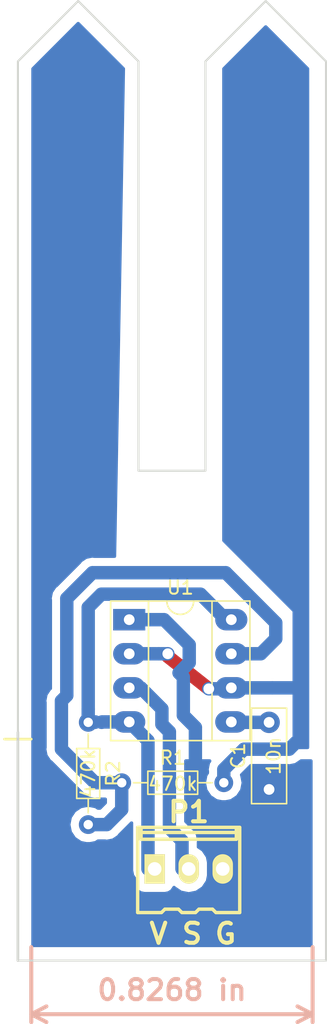
<source format=kicad_pcb>
(kicad_pcb (version 20171130) (host pcbnew 5.0.0)

  (general
    (thickness 1.6)
    (drawings 18)
    (tracks 61)
    (zones 0)
    (modules 5)
    (nets 7)
  )

  (page A4)
  (layers
    (0 F.Cu signal)
    (31 B.Cu signal)
    (32 B.Adhes user)
    (33 F.Adhes user)
    (34 B.Paste user)
    (35 F.Paste user)
    (36 B.SilkS user)
    (37 F.SilkS user)
    (38 B.Mask user)
    (39 F.Mask user)
    (40 Dwgs.User user)
    (41 Cmts.User user)
    (42 Eco1.User user)
    (43 Eco2.User user)
    (44 Edge.Cuts user)
    (45 Margin user)
    (46 B.CrtYd user)
    (47 F.CrtYd user)
    (48 B.Fab user)
    (49 F.Fab user)
  )

  (setup
    (last_trace_width 1)
    (trace_clearance 0.6)
    (zone_clearance 0.1)
    (zone_45_only no)
    (trace_min 0.2)
    (segment_width 0.2)
    (edge_width 0.15)
    (via_size 1)
    (via_drill 0.8)
    (via_min_size 0.4)
    (via_min_drill 0.3)
    (uvia_size 0.3)
    (uvia_drill 0.1)
    (uvias_allowed no)
    (uvia_min_size 0.2)
    (uvia_min_drill 0.1)
    (pcb_text_width 0.3)
    (pcb_text_size 1.5 1.5)
    (mod_edge_width 0.15)
    (mod_text_size 1 1)
    (mod_text_width 0.15)
    (pad_size 1.524 1.524)
    (pad_drill 0.762)
    (pad_to_mask_clearance 0.2)
    (aux_axis_origin 134.406863 120.256353)
    (grid_origin 134.406863 120.256353)
    (visible_elements FFFFFF7F)
    (pcbplotparams
      (layerselection 0x01020_7ffffffe)
      (usegerberextensions false)
      (usegerberattributes false)
      (usegerberadvancedattributes false)
      (creategerberjobfile false)
      (excludeedgelayer true)
      (linewidth 0.100000)
      (plotframeref false)
      (viasonmask false)
      (mode 1)
      (useauxorigin true)
      (hpglpennumber 1)
      (hpglpenspeed 20)
      (hpglpendiameter 15.000000)
      (psnegative false)
      (psa4output false)
      (plotreference true)
      (plotvalue true)
      (plotinvisibletext false)
      (padsonsilk false)
      (subtractmaskfromsilk false)
      (outputformat 4)
      (mirror false)
      (drillshape 0)
      (scaleselection 1)
      (outputdirectory "Fabrication Files/"))
  )

  (net 0 "")
  (net 1 GND)
  (net 2 "Net-(C1-Pad2)")
  (net 3 +5V)
  (net 4 SGN)
  (net 5 SENS1)
  (net 6 "Net-(R1-Pad1)")

  (net_class Default "Esta Ã© a classe de net padrÃ£o."
    (clearance 0.6)
    (trace_width 1)
    (via_dia 1)
    (via_drill 0.8)
    (uvia_dia 0.3)
    (uvia_drill 0.1)
    (add_net +5V)
    (add_net GND)
    (add_net "Net-(C1-Pad2)")
    (add_net "Net-(R1-Pad1)")
    (add_net SENS1)
    (add_net SGN)
  )

  (module Housings_DIP:DIP-8_W7.62mm_Socket_LongPads (layer F.Cu) (tedit 5A371FF0) (tstamp 5C1307F2)
    (at 141.716863 95.856353)
    (descr "8-lead dip package, row spacing 7.62 mm (300 mils), Socket, LongPads")
    (tags "DIL DIP PDIP 2.54mm 7.62mm 300mil Socket LongPads")
    (path /5C083CD6)
    (fp_text reference U1 (at 3.81 -2.39) (layer F.SilkS)
      (effects (font (size 1 1) (thickness 0.15)))
    )
    (fp_text value NE555 (at 3.81 10.01) (layer F.Fab)
      (effects (font (size 1 1) (thickness 0.15)))
    )
    (fp_arc (start 3.81 -1.39) (end 2.81 -1.39) (angle -180) (layer F.SilkS) (width 0.12))
    (fp_line (start 1.635 -1.27) (end 6.985 -1.27) (layer F.Fab) (width 0.1))
    (fp_line (start 6.985 -1.27) (end 6.985 8.89) (layer F.Fab) (width 0.1))
    (fp_line (start 6.985 8.89) (end 0.635 8.89) (layer F.Fab) (width 0.1))
    (fp_line (start 0.635 8.89) (end 0.635 -0.27) (layer F.Fab) (width 0.1))
    (fp_line (start 0.635 -0.27) (end 1.635 -1.27) (layer F.Fab) (width 0.1))
    (fp_line (start -1.27 -1.27) (end -1.27 8.89) (layer F.Fab) (width 0.1))
    (fp_line (start -1.27 8.89) (end 8.89 8.89) (layer F.Fab) (width 0.1))
    (fp_line (start 8.89 8.89) (end 8.89 -1.27) (layer F.Fab) (width 0.1))
    (fp_line (start 8.89 -1.27) (end -1.27 -1.27) (layer F.Fab) (width 0.1))
    (fp_line (start 2.81 -1.39) (end 1.44 -1.39) (layer F.SilkS) (width 0.12))
    (fp_line (start 1.44 -1.39) (end 1.44 9.01) (layer F.SilkS) (width 0.12))
    (fp_line (start 1.44 9.01) (end 6.18 9.01) (layer F.SilkS) (width 0.12))
    (fp_line (start 6.18 9.01) (end 6.18 -1.39) (layer F.SilkS) (width 0.12))
    (fp_line (start 6.18 -1.39) (end 4.81 -1.39) (layer F.SilkS) (width 0.12))
    (fp_line (start -1.39 -1.39) (end -1.39 9.01) (layer F.SilkS) (width 0.12))
    (fp_line (start -1.39 9.01) (end 9.01 9.01) (layer F.SilkS) (width 0.12))
    (fp_line (start 9.01 9.01) (end 9.01 -1.39) (layer F.SilkS) (width 0.12))
    (fp_line (start 9.01 -1.39) (end -1.39 -1.39) (layer F.SilkS) (width 0.12))
    (fp_line (start -1.7 -1.7) (end -1.7 9.3) (layer F.CrtYd) (width 0.05))
    (fp_line (start -1.7 9.3) (end 9.3 9.3) (layer F.CrtYd) (width 0.05))
    (fp_line (start 9.3 9.3) (end 9.3 -1.7) (layer F.CrtYd) (width 0.05))
    (fp_line (start 9.3 -1.7) (end -1.7 -1.7) (layer F.CrtYd) (width 0.05))
    (pad 1 thru_hole rect (at 0 0) (size 2.4 1.6) (drill 0.8) (layers *.Mask B.Cu)
      (net 1 GND))
    (pad 5 thru_hole oval (at 7.62 7.62) (size 2.4 1.6) (drill 0.8) (layers *.Mask B.Cu)
      (net 2 "Net-(C1-Pad2)"))
    (pad 2 thru_hole oval (at 0 2.54) (size 2.4 1.6) (drill 0.8) (layers *.Mask B.Cu)
      (net 5 SENS1))
    (pad 6 thru_hole oval (at 7.62 5.08) (size 2.4 1.6) (drill 0.8) (layers *.Mask B.Cu)
      (net 5 SENS1))
    (pad 3 thru_hole oval (at 0 5.08) (size 2.4 1.6) (drill 0.8) (layers *.Mask B.Cu)
      (net 4 SGN))
    (pad 7 thru_hole oval (at 7.62 2.54) (size 2.4 1.6) (drill 0.8) (layers *.Mask B.Cu)
      (net 6 "Net-(R1-Pad1)"))
    (pad 4 thru_hole oval (at 0 7.62) (size 2.4 1.6) (drill 0.8) (layers *.Mask B.Cu)
      (net 3 +5V))
    (pad 8 thru_hole oval (at 7.62 0) (size 2.4 1.6) (drill 0.8) (layers *.Mask B.Cu)
      (net 3 +5V))
    (model Housings_DIP.3dshapes/DIP-8_W7.62mm_LongPads.wrl
      (at (xyz 0 0 0))
      (scale (xyz 1 1 1))
      (rotate (xyz 0 0 0))
    )
  )

  (module w_conn_kk100:kk100_22-23-2031 (layer F.Cu) (tedit 5C087089) (tstamp 5C1307A3)
    (at 146.156863 114.506353)
    (descr "3 pin vert. connector, Molex KK100 series")
    (path /5C083DB2)
    (fp_text reference P1 (at 0 -4.318) (layer F.SilkS)
      (effects (font (size 1.524 1.524) (thickness 0.3048)))
    )
    (fp_text value OUT (at 0 4.56946) (layer F.SilkS) hide
      (effects (font (size 1.524 1.524) (thickness 0.3048)))
    )
    (fp_line (start -3.556 -2.286) (end 3.556 -2.286) (layer F.SilkS) (width 0.254))
    (fp_line (start 3.556 -2.794) (end -3.556 -2.794) (layer F.SilkS) (width 0.254))
    (fp_line (start 3.556 -2.286) (end 3.556 -3.175) (layer F.SilkS) (width 0.254))
    (fp_line (start -3.556 -2.286) (end -3.556 -3.175) (layer F.SilkS) (width 0.254))
    (fp_line (start -0.508 3.175) (end 0.508 3.175) (layer F.SilkS) (width 0.254))
    (fp_line (start 0.762 2.921) (end 1.778 2.921) (layer F.SilkS) (width 0.254))
    (fp_line (start 0.762 2.921) (end 0.508 3.175) (layer F.SilkS) (width 0.254))
    (fp_line (start 1.778 2.921) (end 2.032 3.175) (layer F.SilkS) (width 0.254))
    (fp_line (start 2.032 3.175) (end 3.81 3.175) (layer F.SilkS) (width 0.254))
    (fp_line (start -3.81 -3.175) (end 3.81 -3.175) (layer F.SilkS) (width 0.254))
    (fp_line (start -2.032 3.175) (end -3.81 3.175) (layer F.SilkS) (width 0.254))
    (fp_line (start -0.762 2.921) (end -0.508 3.175) (layer F.SilkS) (width 0.254))
    (fp_line (start -1.778 2.921) (end -2.032 3.175) (layer F.SilkS) (width 0.254))
    (fp_line (start -1.778 2.921) (end -0.762 2.921) (layer F.SilkS) (width 0.254))
    (fp_line (start 3.81 -3.175) (end 3.81 3.175) (layer F.SilkS) (width 0.254))
    (fp_line (start -3.81 3.175) (end -3.81 -3.175) (layer F.SilkS) (width 0.254))
    (pad 3 thru_hole oval (at 2.54 -0.0762) (size 1.524 2.1971) (drill 1.016) (layers *.Cu *.Mask F.SilkS)
      (net 1 GND))
    (pad 1 thru_hole rect (at -2.54 -0.0762) (size 1.524 2.1971) (drill 1.016) (layers *.Cu *.Mask F.SilkS)
      (net 3 +5V))
    (pad 2 thru_hole oval (at 0 -0.0762) (size 1.524 2.1971) (drill 1.016) (layers *.Cu *.Mask F.SilkS)
      (net 4 SGN))
    (model walter/conn_kk100/22-23-2031.wrl
      (at (xyz 0 0 0))
      (scale (xyz 1 1 1))
      (rotate (xyz 0 0 0))
    )
  )

  (module Capacitors_THT:C_Rect_L7.0mm_W2.5mm_P5.00mm (layer F.Cu) (tedit 5945DB22) (tstamp 5C130DCB)
    (at 152.156863 108.506353 90)
    (descr "C, Rect series, Radial, pin pitch=5.00mm, , length*width=7*2.5mm^2, Capacitor")
    (tags "C Rect series Radial pin pitch 5.00mm  length 7mm width 2.5mm Capacitor")
    (path /5C085004)
    (fp_text reference C1 (at 2.5 -2.31 90) (layer F.SilkS)
      (effects (font (size 1 1) (thickness 0.15)))
    )
    (fp_text value 10n (at 2.5 0.344999 90) (layer F.SilkS)
      (effects (font (size 1 1) (thickness 0.15)))
    )
    (fp_line (start -1 -1.25) (end -1 1.25) (layer F.Fab) (width 0.1))
    (fp_line (start -1 1.25) (end 6 1.25) (layer F.Fab) (width 0.1))
    (fp_line (start 6 1.25) (end 6 -1.25) (layer F.Fab) (width 0.1))
    (fp_line (start 6 -1.25) (end -1 -1.25) (layer F.Fab) (width 0.1))
    (fp_line (start -1.06 -1.31) (end 6.06 -1.31) (layer F.SilkS) (width 0.12))
    (fp_line (start -1.06 1.31) (end 6.06 1.31) (layer F.SilkS) (width 0.12))
    (fp_line (start -1.06 -1.31) (end -1.06 1.31) (layer F.SilkS) (width 0.12))
    (fp_line (start 6.06 -1.31) (end 6.06 1.31) (layer F.SilkS) (width 0.12))
    (fp_line (start -1.35 -1.6) (end -1.35 1.6) (layer F.CrtYd) (width 0.05))
    (fp_line (start -1.35 1.6) (end 6.35 1.6) (layer F.CrtYd) (width 0.05))
    (fp_line (start 6.35 1.6) (end 6.35 -1.6) (layer F.CrtYd) (width 0.05))
    (fp_line (start 6.35 -1.6) (end -1.35 -1.6) (layer F.CrtYd) (width 0.05))
    (pad 1 thru_hole circle (at 0 0 90) (size 1.6 1.6) (drill 0.8) (layers *.Mask B.Cu)
      (net 1 GND))
    (pad 2 thru_hole circle (at 5 0 90) (size 1.6 1.6) (drill 0.8) (layers *.Mask B.Cu)
      (net 2 "Net-(C1-Pad2)"))
    (model Capacitors_THT.3dshapes/C_Rect_L7.0mm_W2.5mm_P5.00mm.wrl
      (at (xyz 0 0 0))
      (scale (xyz 1 1 1))
      (rotate (xyz 0 0 0))
    )
  )

  (module Resistors_THT:R_Axial_DIN0204_L3.6mm_D1.6mm_P7.62mm_Horizontal (layer F.Cu) (tedit 5C084008) (tstamp 5C1307B9)
    (at 141.156863 108.006353)
    (descr "Resistor, Axial_DIN0204 series, Axial, Horizontal, pin pitch=7.62mm, 0.16666666666666666W = 1/6W, length*diameter=3.6*1.6mm^2, http://cdn-reichelt.de/documents/datenblatt/B400/1_4W%23YAG.pdf")
    (tags "Resistor Axial_DIN0204 series Axial Horizontal pin pitch 7.62mm 0.16666666666666666W = 1/6W length 3.6mm diameter 1.6mm")
    (path /5C0843A1)
    (fp_text reference R1 (at 3.81 -1.86) (layer F.SilkS)
      (effects (font (size 1 1) (thickness 0.15)))
    )
    (fp_text value 470k (at 3.81 0.08) (layer F.SilkS)
      (effects (font (size 1 1) (thickness 0.15)))
    )
    (fp_line (start 8.6 -1.15) (end -0.95 -1.15) (layer F.CrtYd) (width 0.05))
    (fp_line (start 8.6 1.15) (end 8.6 -1.15) (layer F.CrtYd) (width 0.05))
    (fp_line (start -0.95 1.15) (end 8.6 1.15) (layer F.CrtYd) (width 0.05))
    (fp_line (start -0.95 -1.15) (end -0.95 1.15) (layer F.CrtYd) (width 0.05))
    (fp_line (start 6.74 0) (end 5.67 0) (layer F.SilkS) (width 0.12))
    (fp_line (start 0.88 0) (end 1.95 0) (layer F.SilkS) (width 0.12))
    (fp_line (start 5.67 -0.86) (end 1.95 -0.86) (layer F.SilkS) (width 0.12))
    (fp_line (start 5.67 0.86) (end 5.67 -0.86) (layer F.SilkS) (width 0.12))
    (fp_line (start 1.95 0.86) (end 5.67 0.86) (layer F.SilkS) (width 0.12))
    (fp_line (start 1.95 -0.86) (end 1.95 0.86) (layer F.SilkS) (width 0.12))
    (fp_line (start 7.62 0) (end 5.61 0) (layer F.Fab) (width 0.1))
    (fp_line (start 0 0) (end 2.01 0) (layer F.Fab) (width 0.1))
    (fp_line (start 5.61 -0.8) (end 2.01 -0.8) (layer F.Fab) (width 0.1))
    (fp_line (start 5.61 0.8) (end 5.61 -0.8) (layer F.Fab) (width 0.1))
    (fp_line (start 2.01 0.8) (end 5.61 0.8) (layer F.Fab) (width 0.1))
    (fp_line (start 2.01 -0.8) (end 2.01 0.8) (layer F.Fab) (width 0.1))
    (pad 2 thru_hole oval (at 7.62 0) (size 1.4 1.4) (drill 0.7) (layers *.Cu *.Mask)
      (net 5 SENS1))
    (pad 1 thru_hole circle (at 0 0) (size 1.4 1.4) (drill 0.7) (layers *.Cu *.Mask)
      (net 6 "Net-(R1-Pad1)"))
    (model Resistors_THT.3dshapes/R_Axial_DIN0204_L3.6mm_D1.6mm_P7.62mm_Horizontal.wrl
      (at (xyz 0 0 0))
      (scale (xyz 0.393701 0.393701 0.393701))
      (rotate (xyz 0 0 0))
    )
  )

  (module Resistors_THT:R_Axial_DIN0204_L3.6mm_D1.6mm_P7.62mm_Horizontal (layer F.Cu) (tedit 5C084003) (tstamp 5C130EF6)
    (at 138.656863 103.506353 270)
    (descr "Resistor, Axial_DIN0204 series, Axial, Horizontal, pin pitch=7.62mm, 0.16666666666666666W = 1/6W, length*diameter=3.6*1.6mm^2, http://cdn-reichelt.de/documents/datenblatt/B400/1_4W%23YAG.pdf")
    (tags "Resistor Axial_DIN0204 series Axial Horizontal pin pitch 7.62mm 0.16666666666666666W = 1/6W length 3.6mm diameter 1.6mm")
    (path /5C084062)
    (fp_text reference R2 (at 3.81 -1.86 270) (layer F.SilkS)
      (effects (font (size 1 1) (thickness 0.15)))
    )
    (fp_text value 470k (at 3.81 0 270) (layer F.SilkS)
      (effects (font (size 1 1) (thickness 0.15)))
    )
    (fp_line (start 2.01 -0.8) (end 2.01 0.8) (layer F.Fab) (width 0.1))
    (fp_line (start 2.01 0.8) (end 5.61 0.8) (layer F.Fab) (width 0.1))
    (fp_line (start 5.61 0.8) (end 5.61 -0.8) (layer F.Fab) (width 0.1))
    (fp_line (start 5.61 -0.8) (end 2.01 -0.8) (layer F.Fab) (width 0.1))
    (fp_line (start 0 0) (end 2.01 0) (layer F.Fab) (width 0.1))
    (fp_line (start 7.62 0) (end 5.61 0) (layer F.Fab) (width 0.1))
    (fp_line (start 1.95 -0.86) (end 1.95 0.86) (layer F.SilkS) (width 0.12))
    (fp_line (start 1.95 0.86) (end 5.67 0.86) (layer F.SilkS) (width 0.12))
    (fp_line (start 5.67 0.86) (end 5.67 -0.86) (layer F.SilkS) (width 0.12))
    (fp_line (start 5.67 -0.86) (end 1.95 -0.86) (layer F.SilkS) (width 0.12))
    (fp_line (start 0.88 0) (end 1.95 0) (layer F.SilkS) (width 0.12))
    (fp_line (start 6.74 0) (end 5.67 0) (layer F.SilkS) (width 0.12))
    (fp_line (start -0.95 -1.15) (end -0.95 1.15) (layer F.CrtYd) (width 0.05))
    (fp_line (start -0.95 1.15) (end 8.6 1.15) (layer F.CrtYd) (width 0.05))
    (fp_line (start 8.6 1.15) (end 8.6 -1.15) (layer F.CrtYd) (width 0.05))
    (fp_line (start 8.6 -1.15) (end -0.95 -1.15) (layer F.CrtYd) (width 0.05))
    (pad 1 thru_hole circle (at 0 0 270) (size 1.4 1.4) (drill 0.7) (layers *.Cu *.Mask)
      (net 3 +5V))
    (pad 2 thru_hole oval (at 7.62 0 270) (size 1.4 1.4) (drill 0.7) (layers *.Cu *.Mask)
      (net 6 "Net-(R1-Pad1)"))
    (model Resistors_THT.3dshapes/R_Axial_DIN0204_L3.6mm_D1.6mm_P7.62mm_Horizontal.wrl
      (at (xyz 0 0 0))
      (scale (xyz 0.393701 0.393701 0.393701))
      (rotate (xyz 0 0 0))
    )
  )

  (gr_text G (at 148.906863 119.256353) (layer F.SilkS)
    (effects (font (size 1.5 1.5) (thickness 0.3)))
  )
  (gr_text S (at 146.406863 119.256353) (layer F.SilkS)
    (effects (font (size 1.5 1.5) (thickness 0.3)))
  )
  (gr_text V (at 143.906863 119.256353) (layer F.SilkS)
    (effects (font (size 1.5 1.5) (thickness 0.3)))
  )
  (gr_line (start 156.406863 121.256353) (end 133.406863 121.256353) (layer Edge.Cuts) (width 0.15))
  (gr_line (start 156.406863 54.256353) (end 156.406863 121.256353) (layer Edge.Cuts) (width 0.15))
  (gr_line (start 151.906863 49.756353) (end 156.406863 54.256353) (layer Edge.Cuts) (width 0.15))
  (gr_line (start 147.406863 54.256353) (end 151.906863 49.756353) (layer Edge.Cuts) (width 0.15))
  (gr_line (start 147.406863 84.756353) (end 147.406863 54.256353) (layer Edge.Cuts) (width 0.15))
  (gr_line (start 142.406863 84.756353) (end 147.406863 84.756353) (layer Edge.Cuts) (width 0.15))
  (gr_line (start 142.406863 54.256353) (end 142.406863 84.756353) (layer Edge.Cuts) (width 0.15))
  (gr_line (start 137.906863 49.756353) (end 142.406863 54.256353) (layer Edge.Cuts) (width 0.15))
  (gr_line (start 133.406863 54.256353) (end 137.906863 49.756353) (layer Edge.Cuts) (width 0.15))
  (gr_line (start 133.406863 104.256353) (end 133.406863 54.256353) (layer Edge.Cuts) (width 0.15))
  (gr_line (start 133.406863 121.256353) (end 133.406863 104.256353) (layer Edge.Cuts) (width 0.2))
  (gr_line (start 133.406863 104.756353) (end 134.406863 104.756353) (layer F.SilkS) (width 0.2))
  (gr_line (start 132.406863 104.756353) (end 133.406863 104.756353) (layer F.SilkS) (width 0.2))
  (dimension 7 (width 0.3) (layer Dwgs.User)
    (gr_text "7,000 mm" (at 137.906863 79.156353) (layer Dwgs.User)
      (effects (font (size 1.5 1.5) (thickness 0.3)))
    )
    (feature1 (pts (xy 134.406863 85.756353) (xy 134.406863 80.669932)))
    (feature2 (pts (xy 141.406863 85.756353) (xy 141.406863 80.669932)))
    (crossbar (pts (xy 141.406863 81.256353) (xy 134.406863 81.256353)))
    (arrow1a (pts (xy 134.406863 81.256353) (xy 135.533367 80.669932)))
    (arrow1b (pts (xy 134.406863 81.256353) (xy 135.533367 81.842774)))
    (arrow2a (pts (xy 141.406863 81.256353) (xy 140.280359 80.669932)))
    (arrow2b (pts (xy 141.406863 81.256353) (xy 140.280359 81.842774)))
  )
  (dimension 21 (width 0.3) (layer B.SilkS)
    (gr_text "21,000 mm" (at 144.906863 127.356352) (layer B.SilkS)
      (effects (font (size 1.5 1.5) (thickness 0.3)))
    )
    (feature1 (pts (xy 134.406863 120.256353) (xy 134.406863 125.842773)))
    (feature2 (pts (xy 155.406863 120.256353) (xy 155.406863 125.842773)))
    (crossbar (pts (xy 155.406863 125.256352) (xy 134.406863 125.256352)))
    (arrow1a (pts (xy 134.406863 125.256352) (xy 135.533367 124.669931)))
    (arrow1b (pts (xy 134.406863 125.256352) (xy 135.533367 125.842773)))
    (arrow2a (pts (xy 155.406863 125.256352) (xy 154.280359 124.669931)))
    (arrow2b (pts (xy 155.406863 125.256352) (xy 154.280359 125.842773)))
  )

  (segment (start 148.196863 112.466353) (end 152.156863 108.506353) (width 1) (layer B.Cu) (net 1))
  (segment (start 148.196863 114.430153) (end 148.196863 112.466353) (width 1) (layer B.Cu) (net 1))
  (segment (start 146.656863 109.506353) (end 148.196863 111.046353) (width 1) (layer B.Cu) (net 1))
  (segment (start 144.319618 95.856353) (end 146.196873 97.733608) (width 1) (layer B.Cu) (net 1))
  (segment (start 148.196863 111.046353) (end 148.196863 112.466353) (width 1) (layer B.Cu) (net 1))
  (segment (start 146.196873 97.733608) (end 146.196873 99.059098) (width 1) (layer B.Cu) (net 1))
  (segment (start 146.656863 103.883372) (end 146.656863 109.506353) (width 1) (layer B.Cu) (net 1))
  (segment (start 145.756873 102.983382) (end 146.656863 103.883372) (width 1) (layer B.Cu) (net 1))
  (segment (start 141.716863 95.856353) (end 144.319618 95.856353) (width 1) (layer B.Cu) (net 1))
  (segment (start 145.756873 100.13914) (end 145.756873 102.983382) (width 1) (layer B.Cu) (net 1))
  (segment (start 146.196873 99.059098) (end 145.436852 99.819119) (width 1) (layer B.Cu) (net 1))
  (segment (start 145.436852 99.819119) (end 145.756873 100.13914) (width 1) (layer B.Cu) (net 1))
  (segment (start 149.366863 103.506353) (end 149.336863 103.476353) (width 1) (layer B.Cu) (net 2))
  (segment (start 152.156863 103.506353) (end 149.366863 103.506353) (width 1) (layer B.Cu) (net 2))
  (segment (start 139.186863 103.476353) (end 139.156863 103.506353) (width 1) (layer B.Cu) (net 3))
  (segment (start 139.686863 103.476353) (end 139.656863 103.506353) (width 1) (layer B.Cu) (net 3))
  (segment (start 141.716863 103.476353) (end 139.686863 103.476353) (width 1) (layer B.Cu) (net 3))
  (segment (start 143.116863 104.876353) (end 141.716863 103.476353) (width 1) (layer B.Cu) (net 3))
  (segment (start 143.116863 114.430153) (end 143.116863 104.876353) (width 1) (layer B.Cu) (net 3))
  (segment (start 138.656863 94.936351) (end 138.656863 102.516404) (width 1) (layer B.Cu) (net 3))
  (segment (start 139.636862 93.956352) (end 138.656863 94.936351) (width 1) (layer B.Cu) (net 3))
  (segment (start 138.656863 102.516404) (end 138.656863 103.506353) (width 1) (layer B.Cu) (net 3))
  (segment (start 147.036862 93.956352) (end 139.636862 93.956352) (width 1) (layer B.Cu) (net 3))
  (segment (start 148.936863 95.856353) (end 147.036862 93.956352) (width 1) (layer B.Cu) (net 3))
  (segment (start 149.336863 95.856353) (end 148.936863 95.856353) (width 1) (layer B.Cu) (net 3))
  (segment (start 145.656863 112.331603) (end 144.716873 111.391613) (width 1) (layer B.Cu) (net 4))
  (segment (start 145.656863 114.430153) (end 145.656863 112.331603) (width 1) (layer B.Cu) (net 4))
  (segment (start 141.716863 100.936353) (end 142.586863 100.936353) (width 1) (layer B.Cu) (net 4))
  (segment (start 142.586863 100.936353) (end 144.156863 102.506353) (width 1) (layer B.Cu) (net 4))
  (segment (start 144.716873 104.213608) (end 144.716873 111.391613) (width 1) (layer B.Cu) (net 4))
  (segment (start 144.156863 103.653598) (end 144.716873 104.213608) (width 1) (layer B.Cu) (net 4))
  (segment (start 144.156863 102.506353) (end 144.156863 103.653598) (width 1) (layer B.Cu) (net 4))
  (segment (start 144.596863 98.396353) (end 143.916863 98.396353) (width 1) (layer B.Cu) (net 5))
  (segment (start 143.916863 98.396353) (end 141.716863 98.396353) (width 1) (layer B.Cu) (net 5))
  (via (at 144.596863 98.396353) (size 1) (drill 0.8) (layers F.Cu B.Cu) (net 5))
  (segment (start 144.596863 98.596373) (end 144.596863 98.396353) (width 1) (layer F.Cu) (net 5))
  (via (at 147.656863 101.006353) (size 1) (drill 0.8) (layers F.Cu B.Cu) (net 5))
  (segment (start 147.656863 101.006353) (end 144.596863 98.596373) (width 1) (layer F.Cu) (net 5))
  (segment (start 149.266863 101.006353) (end 149.336863 100.936353) (width 1) (layer B.Cu) (net 5))
  (segment (start 147.656863 101.006353) (end 149.266863 101.006353) (width 1) (layer B.Cu) (net 5))
  (segment (start 148.776863 107.016404) (end 150.286914 105.506353) (width 1) (layer B.Cu) (net 5))
  (segment (start 148.776863 108.006353) (end 148.776863 107.016404) (width 1) (layer B.Cu) (net 5))
  (segment (start 150.286914 105.506353) (end 153.656863 105.506353) (width 1) (layer B.Cu) (net 5))
  (segment (start 153.656863 105.506353) (end 154.156863 105.006353) (width 1) (layer B.Cu) (net 5))
  (segment (start 152.398865 100.936353) (end 149.336863 100.936353) (width 1) (layer B.Cu) (net 5))
  (segment (start 154.231853 100.941343) (end 154.226863 100.936353) (width 1) (layer B.Cu) (net 5))
  (segment (start 154.226863 100.936353) (end 152.398865 100.936353) (width 1) (layer B.Cu) (net 5))
  (segment (start 138.656863 111.126353) (end 140.036863 111.126353) (width 1) (layer B.Cu) (net 6))
  (segment (start 141.156863 110.006353) (end 141.156863 108.006353) (width 1) (layer B.Cu) (net 6))
  (segment (start 140.036863 111.126353) (end 141.156863 110.006353) (width 1) (layer B.Cu) (net 6))
  (segment (start 139.156863 108.006353) (end 141.156863 108.006353) (width 1) (layer B.Cu) (net 6))
  (segment (start 137.056853 94.273606) (end 137.056853 101.506353) (width 1) (layer B.Cu) (net 6))
  (segment (start 137.056853 101.506353) (end 136.656863 101.906343) (width 1) (layer B.Cu) (net 6))
  (segment (start 151.536863 98.396353) (end 152.656863 97.276353) (width 1) (layer B.Cu) (net 6))
  (segment (start 136.656863 101.906343) (end 136.656863 105.506353) (width 1) (layer B.Cu) (net 6))
  (segment (start 149.336863 98.396353) (end 151.536863 98.396353) (width 1) (layer B.Cu) (net 6))
  (segment (start 136.656863 105.506353) (end 139.156863 108.006353) (width 1) (layer B.Cu) (net 6))
  (segment (start 152.656863 97.276353) (end 152.656863 96.089334) (width 1) (layer B.Cu) (net 6))
  (segment (start 152.656863 96.089334) (end 148.923871 92.356342) (width 1) (layer B.Cu) (net 6))
  (segment (start 138.974117 92.356342) (end 137.056853 94.273606) (width 1) (layer B.Cu) (net 6))
  (segment (start 148.923871 92.356342) (end 138.974117 92.356342) (width 1) (layer B.Cu) (net 6))

  (zone (net 5) (net_name SENS1) (layer B.Cu) (tstamp 5C087141) (hatch edge 0.508)
    (connect_pads yes (clearance 0.1))
    (min_thickness 0.254)
    (fill yes (arc_segments 16) (thermal_gap 0.508) (thermal_bridge_width 0.508))
    (polygon
      (pts
        (xy 155.156863 105.506353) (xy 155.156863 54.756353) (xy 151.906863 51.506353) (xy 148.656863 54.756353) (xy 148.656863 90.006353)
        (xy 153.906863 95.256353) (xy 153.906863 105.506353)
      )
    )
    (filled_polygon
      (pts
        (xy 155.029863 54.808959) (xy 155.029863 105.379353) (xy 154.033863 105.379353) (xy 154.033863 95.256353) (xy 154.024196 95.207752)
        (xy 153.996666 95.16655) (xy 148.783863 89.953747) (xy 148.783863 54.808959) (xy 151.906863 51.685959)
      )
    )
  )
  (zone (net 1) (net_name GND) (layer B.Cu) (tstamp 5C08713E) (hatch edge 0.508)
    (connect_pads yes (clearance 0.1))
    (min_thickness 0.254)
    (fill yes (arc_segments 16) (thermal_gap 0.508) (thermal_bridge_width 0.508))
    (polygon
      (pts
        (xy 134.406863 54.756353) (xy 137.906863 51.256353) (xy 141.406863 54.756353) (xy 140.470499 106.256353) (xy 155.406863 106.256353)
        (xy 155.406863 120.256353) (xy 134.406863 120.256353)
      )
    )
    (filled_polygon
      (pts
        (xy 141.278903 54.807999) (xy 140.618515 91.129342) (xy 139.09496 91.129342) (xy 138.974117 91.105305) (xy 138.853274 91.129342)
        (xy 138.85327 91.129342) (xy 138.495365 91.200534) (xy 138.0895 91.471725) (xy 138.021047 91.574172) (xy 136.274686 93.320534)
        (xy 136.172236 93.388989) (xy 135.901045 93.794855) (xy 135.829853 94.15276) (xy 135.829853 94.152763) (xy 135.805816 94.273606)
        (xy 135.829853 94.394449) (xy 135.829854 100.983234) (xy 135.772246 101.021726) (xy 135.501055 101.427592) (xy 135.429863 101.785497)
        (xy 135.429863 101.7855) (xy 135.405826 101.906343) (xy 135.429863 102.027186) (xy 135.429864 105.385506) (xy 135.405826 105.506353)
        (xy 135.501055 105.985103) (xy 135.703792 106.288521) (xy 135.703793 106.288522) (xy 135.772247 106.39097) (xy 135.874694 106.459423)
        (xy 138.203793 108.788523) (xy 138.272246 108.89097) (xy 138.678111 109.162161) (xy 139.036016 109.233353) (xy 139.03602 109.233353)
        (xy 139.156863 109.25739) (xy 139.277706 109.233353) (xy 139.929863 109.233353) (xy 139.929863 109.498113) (xy 139.528624 109.899353)
        (xy 139.389059 109.899353) (xy 139.213651 109.782149) (xy 138.797407 109.699353) (xy 138.516319 109.699353) (xy 138.100075 109.782149)
        (xy 137.628054 110.097544) (xy 137.312659 110.569565) (xy 137.201907 111.126353) (xy 137.312659 111.683141) (xy 137.628054 112.155162)
        (xy 138.100075 112.470557) (xy 138.516319 112.553353) (xy 138.797407 112.553353) (xy 139.213651 112.470557) (xy 139.389059 112.353353)
        (xy 139.91602 112.353353) (xy 140.036863 112.37739) (xy 140.157706 112.353353) (xy 140.15771 112.353353) (xy 140.515615 112.282161)
        (xy 140.92148 112.01097) (xy 140.989935 111.90852) (xy 141.889863 111.008592) (xy 141.889863 114.550999) (xy 141.961055 114.908904)
        (xy 142.113621 115.137235) (xy 142.113621 115.528703) (xy 142.170045 115.812364) (xy 142.330726 116.05284) (xy 142.571202 116.213521)
        (xy 142.854863 116.269945) (xy 144.378863 116.269945) (xy 144.662524 116.213521) (xy 144.903 116.05284) (xy 145.063681 115.812364)
        (xy 145.063925 115.811135) (xy 145.083354 115.840212) (xy 145.575885 116.16931) (xy 146.156863 116.284874) (xy 146.737842 116.16931)
        (xy 147.230372 115.840212) (xy 147.55947 115.347682) (xy 147.645863 114.913354) (xy 147.645863 113.946951) (xy 147.55947 113.512624)
        (xy 147.230372 113.020094) (xy 146.883863 112.788565) (xy 146.883863 112.452446) (xy 146.9079 112.331603) (xy 146.883863 112.21076)
        (xy 146.883863 112.210756) (xy 146.812671 111.852851) (xy 146.742561 111.747924) (xy 146.609935 111.549434) (xy 146.609931 111.54943)
        (xy 146.54148 111.446986) (xy 146.439035 111.378534) (xy 145.943873 110.883373) (xy 145.943873 106.383353) (xy 147.724155 106.383353)
        (xy 147.621055 106.537652) (xy 147.549863 106.895557) (xy 147.549863 106.895561) (xy 147.525826 107.016404) (xy 147.549863 107.137247)
        (xy 147.549863 107.274157) (xy 147.432659 107.449565) (xy 147.321907 108.006353) (xy 147.432659 108.563141) (xy 147.748054 109.035162)
        (xy 148.220075 109.350557) (xy 148.636319 109.433353) (xy 148.917407 109.433353) (xy 149.333651 109.350557) (xy 149.805672 109.035162)
        (xy 150.121067 108.563141) (xy 150.231819 108.006353) (xy 150.121067 107.449565) (xy 150.104194 107.424313) (xy 150.795154 106.733353)
        (xy 153.53602 106.733353) (xy 153.656863 106.75739) (xy 153.777706 106.733353) (xy 153.77771 106.733353) (xy 154.135615 106.662161)
        (xy 154.54148 106.39097) (xy 154.54657 106.383353) (xy 155.279863 106.383353) (xy 155.279863 120.129353) (xy 134.533863 120.129353)
        (xy 134.533863 54.808959) (xy 137.906863 51.435959)
      )
    )
  )
)

</source>
